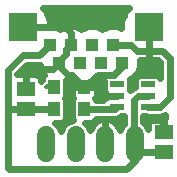
<source format=gbl>
G75*
%MOIN*%
%OFA0B0*%
%FSLAX25Y25*%
%IPPOS*%
%LPD*%
%AMOC8*
5,1,8,0,0,1.08239X$1,22.5*
%
%ADD10R,0.05906X0.05118*%
%ADD11R,0.04724X0.02165*%
%ADD12R,0.04000X0.05000*%
%ADD13C,0.00500*%
%ADD14C,0.06000*%
%ADD15R,0.04000X0.04000*%
%ADD16R,0.09449X0.09449*%
%ADD17C,0.02400*%
%ADD18R,0.03569X0.03569*%
%ADD19R,0.03100X0.03100*%
%ADD20R,0.03962X0.03962*%
D10*
X0011667Y0038354D03*
X0011667Y0045046D03*
X0057667Y0030546D03*
X0057667Y0023854D03*
D11*
X0052285Y0038960D03*
X0052285Y0042700D03*
X0052285Y0046440D03*
X0042049Y0046440D03*
X0042049Y0042700D03*
X0042049Y0038960D03*
D12*
X0031167Y0038200D03*
X0031167Y0045700D03*
X0021167Y0045700D03*
X0021167Y0038200D03*
D13*
X0018167Y0045700D02*
X0018169Y0045744D01*
X0018175Y0045788D01*
X0018185Y0045831D01*
X0018198Y0045873D01*
X0018215Y0045914D01*
X0018236Y0045953D01*
X0018260Y0045990D01*
X0018287Y0046025D01*
X0018317Y0046057D01*
X0018350Y0046087D01*
X0018386Y0046113D01*
X0018423Y0046137D01*
X0018463Y0046156D01*
X0018504Y0046173D01*
X0018547Y0046185D01*
X0018590Y0046194D01*
X0018634Y0046199D01*
X0018678Y0046200D01*
X0018722Y0046197D01*
X0018766Y0046190D01*
X0018809Y0046179D01*
X0018851Y0046165D01*
X0018891Y0046147D01*
X0018930Y0046125D01*
X0018966Y0046101D01*
X0019000Y0046073D01*
X0019032Y0046042D01*
X0019061Y0046008D01*
X0019087Y0045972D01*
X0019109Y0045934D01*
X0019128Y0045894D01*
X0019143Y0045852D01*
X0019155Y0045810D01*
X0019163Y0045766D01*
X0019167Y0045722D01*
X0019167Y0045678D01*
X0019163Y0045634D01*
X0019155Y0045590D01*
X0019143Y0045548D01*
X0019128Y0045506D01*
X0019109Y0045466D01*
X0019087Y0045428D01*
X0019061Y0045392D01*
X0019032Y0045358D01*
X0019000Y0045327D01*
X0018966Y0045299D01*
X0018930Y0045275D01*
X0018891Y0045253D01*
X0018851Y0045235D01*
X0018809Y0045221D01*
X0018766Y0045210D01*
X0018722Y0045203D01*
X0018678Y0045200D01*
X0018634Y0045201D01*
X0018590Y0045206D01*
X0018547Y0045215D01*
X0018504Y0045227D01*
X0018463Y0045244D01*
X0018423Y0045263D01*
X0018386Y0045287D01*
X0018350Y0045313D01*
X0018317Y0045343D01*
X0018287Y0045375D01*
X0018260Y0045410D01*
X0018236Y0045447D01*
X0018215Y0045486D01*
X0018198Y0045527D01*
X0018185Y0045569D01*
X0018175Y0045612D01*
X0018169Y0045656D01*
X0018167Y0045700D01*
D14*
X0018403Y0029700D02*
X0018403Y0023700D01*
X0028245Y0023700D02*
X0028245Y0029700D01*
X0038088Y0029700D02*
X0038088Y0023700D01*
X0047930Y0023700D02*
X0047930Y0029700D01*
D15*
X0043667Y0053700D03*
X0040667Y0059700D03*
X0036667Y0053700D03*
X0033667Y0059700D03*
X0029667Y0053700D03*
X0026667Y0059700D03*
X0022667Y0053700D03*
X0019667Y0059700D03*
D16*
X0010667Y0065700D03*
X0052667Y0065700D03*
D17*
X0005667Y0018700D02*
X0006167Y0018200D01*
X0045167Y0018200D01*
X0047930Y0020964D01*
X0047930Y0026700D01*
X0050777Y0023854D01*
X0057667Y0023854D01*
X0057667Y0030546D02*
X0057667Y0033200D01*
X0056667Y0034700D01*
X0052167Y0034700D01*
X0052953Y0034456D02*
X0052664Y0033955D01*
X0052514Y0033395D01*
X0052514Y0031700D01*
X0052169Y0032532D01*
X0050867Y0033835D01*
X0050867Y0035877D01*
X0051365Y0035877D01*
X0051648Y0035760D01*
X0057063Y0035760D01*
X0058167Y0036217D01*
X0058167Y0035305D01*
X0057746Y0035305D01*
X0057746Y0030626D01*
X0057587Y0030626D01*
X0057587Y0035305D01*
X0054424Y0035305D01*
X0053865Y0035156D01*
X0053363Y0034866D01*
X0052953Y0034456D01*
X0052514Y0033381D02*
X0051321Y0033381D01*
X0051602Y0035779D02*
X0050867Y0035779D01*
X0052285Y0038960D02*
X0056427Y0038960D01*
X0059667Y0042200D01*
X0059667Y0055200D01*
X0057167Y0057700D01*
X0048667Y0057700D01*
X0046667Y0059700D01*
X0040667Y0059700D01*
X0037167Y0064961D02*
X0034900Y0065900D01*
X0032433Y0065900D01*
X0030167Y0064961D01*
X0027900Y0065900D01*
X0025433Y0065900D01*
X0023167Y0064961D01*
X0020900Y0065900D01*
X0019867Y0065900D01*
X0019867Y0067530D01*
X0018466Y0070911D01*
X0017417Y0071961D01*
X0045917Y0071961D01*
X0044867Y0070911D01*
X0043467Y0067530D01*
X0043467Y0065251D01*
X0041900Y0065900D01*
X0039433Y0065900D01*
X0037167Y0064961D01*
X0043467Y0066960D02*
X0019867Y0066960D01*
X0019109Y0069358D02*
X0044224Y0069358D01*
X0045713Y0071757D02*
X0017621Y0071757D01*
X0010667Y0065700D02*
X0024667Y0065700D01*
X0026667Y0063700D01*
X0026667Y0059700D01*
X0025167Y0058200D01*
X0025167Y0056700D01*
X0022667Y0054200D01*
X0022667Y0053700D01*
X0022667Y0052700D01*
X0025667Y0049700D01*
X0027167Y0049700D01*
X0031167Y0045700D01*
X0035367Y0045700D01*
X0035367Y0047528D01*
X0035433Y0047500D01*
X0037686Y0047500D01*
X0037686Y0044719D01*
X0037636Y0044632D01*
X0037486Y0044072D01*
X0037486Y0042700D01*
X0037486Y0041400D01*
X0035167Y0041400D01*
X0035167Y0041528D01*
X0034886Y0041809D01*
X0034927Y0041849D01*
X0035217Y0042351D01*
X0035367Y0042910D01*
X0035367Y0045700D01*
X0031167Y0045700D01*
X0031167Y0045700D01*
X0035667Y0049700D01*
X0041167Y0049700D01*
X0043667Y0052700D01*
X0043667Y0053700D01*
X0046411Y0048126D02*
X0047179Y0048444D01*
X0048923Y0050188D01*
X0049867Y0052467D01*
X0049867Y0054500D01*
X0055841Y0054500D01*
X0056467Y0053875D01*
X0056467Y0048532D01*
X0055475Y0049523D01*
X0049094Y0049523D01*
X0047923Y0048351D01*
X0047923Y0045648D01*
X0047354Y0045413D01*
X0046485Y0044543D01*
X0046461Y0044632D01*
X0046411Y0044719D01*
X0046411Y0048126D01*
X0046411Y0047772D02*
X0047923Y0047772D01*
X0047314Y0045373D02*
X0046411Y0045373D01*
X0049167Y0042700D02*
X0047667Y0041200D01*
X0047667Y0026964D01*
X0047930Y0026700D01*
X0043100Y0031103D02*
X0043692Y0032532D01*
X0044467Y0033307D01*
X0044467Y0035877D01*
X0043491Y0035877D01*
X0043101Y0035487D01*
X0041925Y0035000D01*
X0035167Y0035000D01*
X0035167Y0034872D01*
X0033995Y0033700D01*
X0031316Y0033700D01*
X0032484Y0032532D01*
X0033076Y0031103D01*
X0033269Y0031696D01*
X0033640Y0032425D01*
X0034122Y0033088D01*
X0034700Y0033666D01*
X0035363Y0034147D01*
X0036092Y0034519D01*
X0036870Y0034772D01*
X0037679Y0034900D01*
X0038088Y0034900D01*
X0038088Y0026700D01*
X0038088Y0026700D01*
X0038088Y0034900D01*
X0038497Y0034900D01*
X0039306Y0034772D01*
X0040084Y0034519D01*
X0040813Y0034147D01*
X0041475Y0033666D01*
X0042054Y0033088D01*
X0042535Y0032425D01*
X0042907Y0031696D01*
X0043100Y0031103D01*
X0041761Y0033381D02*
X0044467Y0033381D01*
X0044467Y0035779D02*
X0043393Y0035779D01*
X0041289Y0038200D02*
X0042049Y0038960D01*
X0041289Y0038200D02*
X0031167Y0038200D01*
X0027167Y0038178D02*
X0025167Y0038178D01*
X0025167Y0040576D02*
X0027167Y0040576D01*
X0027167Y0041528D02*
X0027167Y0034872D01*
X0027338Y0034700D01*
X0027251Y0034700D01*
X0025413Y0033939D01*
X0024007Y0032532D01*
X0023324Y0030885D01*
X0022642Y0032532D01*
X0021474Y0033700D01*
X0023995Y0033700D01*
X0025167Y0034872D01*
X0025167Y0041528D01*
X0024745Y0041950D01*
X0025167Y0042372D01*
X0025167Y0048025D01*
X0026167Y0048439D01*
X0026967Y0048108D01*
X0026967Y0045700D01*
X0026967Y0042910D01*
X0027117Y0042351D01*
X0027406Y0041849D01*
X0027447Y0041809D01*
X0027167Y0041528D01*
X0026967Y0042975D02*
X0025167Y0042975D01*
X0025167Y0045373D02*
X0026967Y0045373D01*
X0026967Y0045700D02*
X0031167Y0045700D01*
X0034667Y0045700D01*
X0037667Y0042700D01*
X0042049Y0042700D01*
X0042048Y0042700D02*
X0037486Y0042700D01*
X0042048Y0042700D01*
X0042048Y0042700D01*
X0037486Y0042975D02*
X0035367Y0042975D01*
X0035367Y0045373D02*
X0037686Y0045373D01*
X0031167Y0045700D02*
X0031167Y0045700D01*
X0026967Y0045700D01*
X0026967Y0047772D02*
X0025167Y0047772D01*
X0020667Y0051700D02*
X0022667Y0053700D01*
X0020667Y0051700D02*
X0013167Y0051700D01*
X0011667Y0050200D01*
X0011667Y0045046D01*
X0011746Y0045126D02*
X0011587Y0045126D01*
X0011587Y0049805D01*
X0008867Y0049805D01*
X0008867Y0049875D01*
X0011992Y0053000D01*
X0016467Y0053000D01*
X0016467Y0052467D01*
X0017411Y0050188D01*
X0017868Y0049730D01*
X0017167Y0049028D01*
X0017167Y0047818D01*
X0016819Y0047617D01*
X0016819Y0047895D01*
X0016669Y0048455D01*
X0016380Y0048956D01*
X0015970Y0049366D01*
X0015469Y0049656D01*
X0014909Y0049805D01*
X0011746Y0049805D01*
X0011746Y0045126D01*
X0011746Y0045373D02*
X0011587Y0045373D01*
X0011587Y0047772D02*
X0011746Y0047772D01*
X0009162Y0050170D02*
X0017428Y0050170D01*
X0017087Y0047772D02*
X0016819Y0047772D01*
X0016467Y0052569D02*
X0011561Y0052569D01*
X0010667Y0056200D02*
X0005667Y0051200D01*
X0005667Y0038700D01*
X0006167Y0038200D01*
X0005667Y0037700D01*
X0005667Y0018700D01*
X0021793Y0033381D02*
X0024855Y0033381D01*
X0025167Y0035779D02*
X0027167Y0035779D01*
X0031636Y0033381D02*
X0034415Y0033381D01*
X0038088Y0033381D02*
X0038088Y0033381D01*
X0038088Y0030982D02*
X0038088Y0030982D01*
X0038088Y0028584D02*
X0038088Y0028584D01*
X0049167Y0042700D02*
X0052285Y0042700D01*
X0057110Y0035779D02*
X0058167Y0035779D01*
X0057746Y0033381D02*
X0057587Y0033381D01*
X0057587Y0030982D02*
X0057746Y0030982D01*
X0056467Y0050170D02*
X0048905Y0050170D01*
X0049867Y0052569D02*
X0056467Y0052569D01*
X0052667Y0053200D02*
X0052667Y0065700D01*
X0023365Y0030982D02*
X0023284Y0030982D01*
X0021167Y0038200D02*
X0011820Y0038200D01*
X0011667Y0038354D01*
X0011513Y0038200D01*
X0006167Y0038200D01*
X0010667Y0056200D02*
X0016167Y0056200D01*
X0019667Y0059700D01*
D18*
X0037667Y0042700D03*
D19*
X0052167Y0034700D03*
D20*
X0052667Y0053200D03*
M02*

</source>
